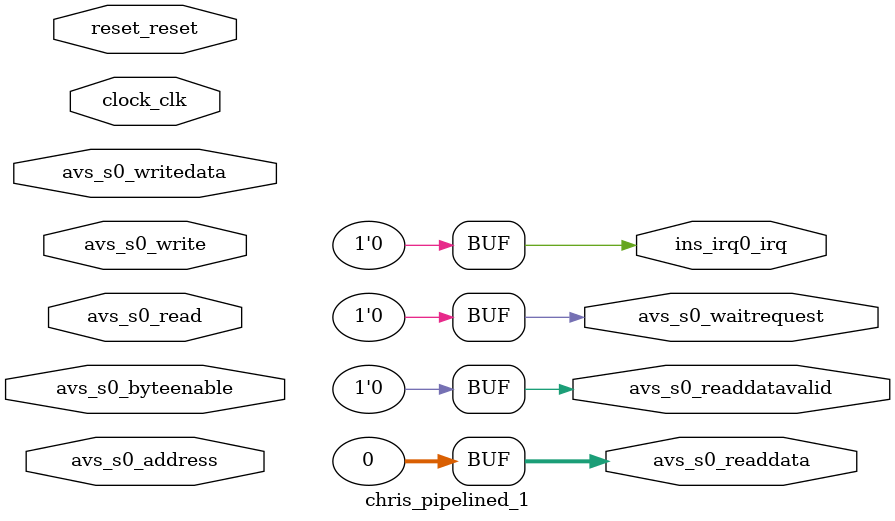
<source format=v>
module chris_pipelined_1 (
		input  wire [3:0]  avs_s0_address,       
		input  wire        avs_s0_read,          
		output wire [31:0] avs_s0_readdata,      
		output wire        avs_s0_readdatavalid, 
		input  wire        avs_s0_write,         
		input  wire [31:0] avs_s0_writedata,     
		output wire        avs_s0_waitrequest,   
		input  wire [3:0]  avs_s0_byteenable,    
		input  wire        clock_clk,            
		input  wire        reset_reset,          
		output wire        ins_irq0_irq          
	);
	assign avs_s0_readdata = 32'b00000000000000000000000000000000;
	assign avs_s0_waitrequest = 1'b0;
	assign avs_s0_readdatavalid = 1'b0;
	assign ins_irq0_irq = 1'b0;
endmodule
</source>
